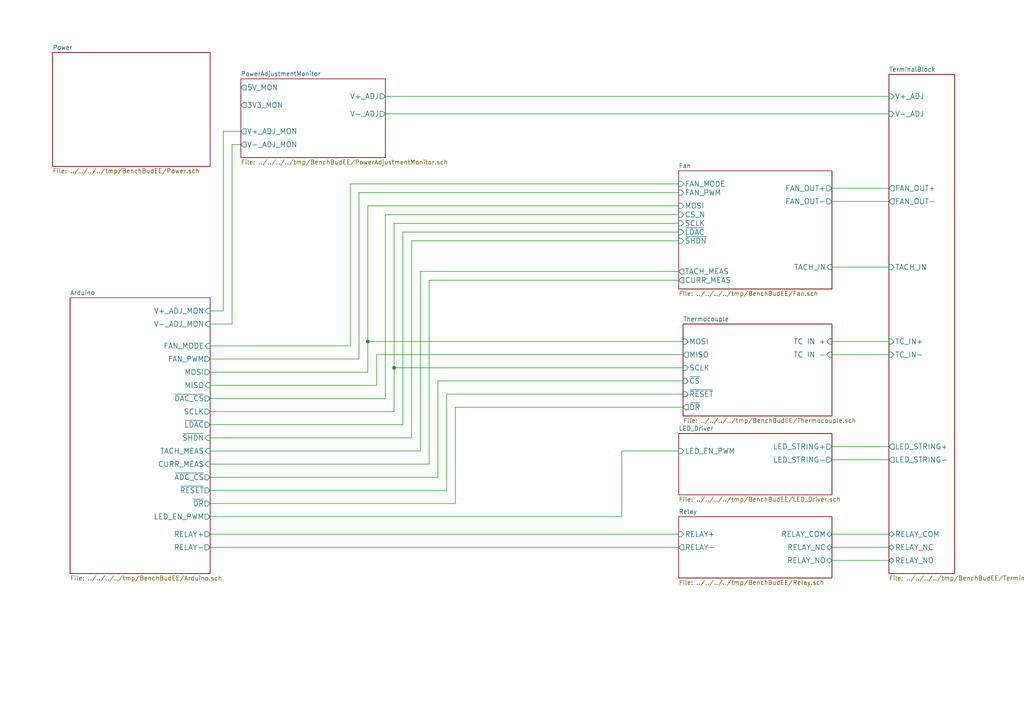
<source format=kicad_sch>
(kicad_sch (version 20230121) (generator eeschema)
  (paper "A4")
  (title_block (title "noname.sch") (date "19 apr 2014"))
  (lib_symbols)
  (junction (at 106.68 99.06))
  (junction (at 114.3 106.68))
  (wire (pts (xy 60.96 104.14) (xy 104.14 104.14)))
  (wire (pts (xy 241.3 129.54) (xy 257.81 129.54)))
  (wire (pts (xy 60.96 138.43) (xy 127 138.43)))
  (wire (pts (xy 114.3 64.77) (xy 196.85 64.77)))
  (wire (pts (xy 111.76 27.94) (xy 257.81 27.94)))
  (wire (pts (xy 116.84 67.31) (xy 196.85 67.31)))
  (wire (pts (xy 132.08 118.11) (xy 198.12 118.11)))
  (wire (pts (xy 127 110.49) (xy 198.12 110.49)))
  (wire (pts (xy 116.84 123.19) (xy 116.84 67.31)))
  (wire (pts (xy 101.6 53.34) (xy 101.6 100.33)))
  (wire (pts (xy 60.96 123.19) (xy 116.84 123.19)))
  (wire (pts (xy 111.76 62.23) (xy 196.85 62.23)))
  (wire (pts (xy 104.14 104.14) (xy 104.14 55.88)))
  (wire (pts (xy 180.34 130.81) (xy 196.85 130.81)))
  (wire (pts (xy 196.85 69.85) (xy 119.38 69.85)))
  (wire (pts (xy 257.81 162.56) (xy 241.3 162.56)))
  (wire (pts (xy 180.34 149.86) (xy 60.96 149.86)))
  (wire (pts (xy 196.85 154.94) (xy 60.96 154.94)))
  (wire (pts (xy 111.76 33.02) (xy 257.81 33.02)))
  (wire (pts (xy 132.08 146.05) (xy 132.08 118.11)))
  (wire (pts (xy 257.81 154.94) (xy 241.3 154.94)))
  (wire (pts (xy 241.3 158.75) (xy 257.81 158.75)))
  (wire (pts (xy 60.96 158.75) (xy 196.85 158.75)))
  (wire (pts (xy 106.68 59.69) (xy 106.68 99.06)))
  (wire (pts (xy 119.38 69.85) (xy 119.38 127)))
  (wire (pts (xy 67.31 93.98) (xy 67.31 41.91)))
  (wire (pts (xy 64.77 38.1) (xy 69.85 38.1)))
  (wire (pts (xy 109.22 111.76) (xy 60.96 111.76)))
  (wire (pts (xy 241.3 133.35) (xy 257.81 133.35)))
  (wire (pts (xy 101.6 100.33) (xy 60.96 100.33)))
  (wire (pts (xy 67.31 41.91) (xy 69.85 41.91)))
  (wire (pts (xy 180.34 130.81) (xy 180.34 149.86)))
  (wire (pts (xy 60.96 90.17) (xy 64.77 90.17)))
  (wire (pts (xy 129.54 142.24) (xy 60.96 142.24)))
  (wire (pts (xy 106.68 107.95) (xy 60.96 107.95)))
  (wire (pts (xy 124.46 81.28) (xy 124.46 134.62)))
  (wire (pts (xy 106.68 99.06) (xy 106.68 107.95)))
  (wire (pts (xy 111.76 62.23) (xy 111.76 115.57)))
  (wire (pts (xy 124.46 81.28) (xy 196.85 81.28)))
  (wire (pts (xy 198.12 102.87) (xy 109.22 102.87)))
  (wire (pts (xy 114.3 64.77) (xy 114.3 106.68)))
  (wire (pts (xy 257.81 58.42) (xy 241.3 58.42)))
  (wire (pts (xy 196.85 59.69) (xy 106.68 59.69)))
  (wire (pts (xy 121.92 130.81) (xy 121.92 78.74)))
  (wire (pts (xy 127 138.43) (xy 127 110.49)))
  (wire (pts (xy 129.54 114.3) (xy 129.54 142.24)))
  (wire (pts (xy 114.3 119.38) (xy 60.96 119.38)))
  (wire (pts (xy 64.77 90.17) (xy 64.77 38.1)))
  (wire (pts (xy 241.3 54.61) (xy 257.81 54.61)))
  (wire (pts (xy 106.68 99.06) (xy 198.12 99.06)))
  (wire (pts (xy 198.12 106.68) (xy 114.3 106.68)))
  (wire (pts (xy 257.81 99.06) (xy 241.3 99.06)))
  (wire (pts (xy 104.14 55.88) (xy 196.85 55.88)))
  (wire (pts (xy 196.85 53.34) (xy 101.6 53.34)))
  (wire (pts (xy 119.38 127) (xy 60.96 127)))
  (wire (pts (xy 114.3 106.68) (xy 114.3 119.38)))
  (wire (pts (xy 124.46 134.62) (xy 60.96 134.62)))
  (wire (pts (xy 60.96 146.05) (xy 132.08 146.05)))
  (wire (pts (xy 257.81 102.87) (xy 241.3 102.87)))
  (wire (pts (xy 129.54 114.3) (xy 198.12 114.3)))
  (wire (pts (xy 60.96 93.98) (xy 67.31 93.98)))
  (wire (pts (xy 109.22 102.87) (xy 109.22 111.76)))
  (wire (pts (xy 111.76 115.57) (xy 60.96 115.57)))
  (wire (pts (xy 60.96 130.81) (xy 121.92 130.81)))
  (wire (pts (xy 121.92 78.74) (xy 196.85 78.74)))
  (wire (pts (xy 241.3 77.47) (xy 257.81 77.47)))
  (sheet (at 20.32 86.36) (size 40.64 80.01)
    (property "Sheetname" "Arduino" (at 20.32 85.6484 0) (effects (justify left bottom)))
    (property "Sheetfile" "../../../../tmp/BenchBudEE/Arduino.sch" (at 20.32 166.9546 0) (effects (justify left top)))
    (pin "MOSI" output (at 60.96 107.95 0) (effects (font (size 1.524 1.524))))
    (pin "MISO" input (at 60.96 111.76 0) (effects (font (size 1.524 1.524))))
    (pin "SCLK" output (at 60.96 119.38 0) (effects (font (size 1.524 1.524))))
    (pin "TACH_MEAS" input (at 60.96 130.81 0) (effects (font (size 1.524 1.524))))
    (pin "RELAY+" output (at 60.96 154.94 0) (effects (font (size 1.524 1.524))))
    (pin "RELAY-" output (at 60.96 158.75 0) (effects (font (size 1.524 1.524))))
    (pin "CURR_MEAS" input (at 60.96 134.62 0) (effects (font (size 1.524 1.524))))
    (pin "V+_ADJ_MON" input (at 60.96 90.17 0) (effects (font (size 1.524 1.524))))
    (pin "V-_ADJ_MON" input (at 60.96 93.98 0) (effects (font (size 1.524 1.524))))
    (pin "LED_EN_PWM" output (at 60.96 149.86 0) (effects (font (size 1.524 1.524))))
    (pin "FAN_PWM" output (at 60.96 104.14 0) (effects (font (size 1.524 1.524))))
    (pin "FAN_MODE" input (at 60.96 100.33 0) (effects (font (size 1.524 1.524))))
    (pin "~{RESET}" output (at 60.96 142.24 0) (effects (font (size 1.524 1.524))))
    (pin "~{DR}" output (at 60.96 146.05 0) (effects (font (size 1.524 1.524))))
    (pin "~{LDAC}" output (at 60.96 123.19 0) (effects (font (size 1.524 1.524))))
    (pin "~{SHDN}" input (at 60.96 127 0) (effects (font (size 1.524 1.524))))
    (pin "~{DAC_CS}" output (at 60.96 115.57 0) (effects (font (size 1.524 1.524))))
    (pin "~{ADC_CS}" output (at 60.96 138.43 0) (effects (font (size 1.524 1.524))))
  )
  (sheet (at 198.12 93.98) (size 43.18 26.67)
    (property "Sheetname" "Thermocouple" (at 198.12 93.2684 0) (effects (justify left bottom)))
    (property "Sheetfile" "../../../../tmp/BenchBudEE/Thermocouple.sch" (at 198.12 121.2346 0) (effects (justify left top)))
    (pin "TC IN +" input (at 241.3 99.06 0) (effects (font (size 1.524 1.524))))
    (pin "TC IN -" input (at 241.3 102.87 0) (effects (font (size 1.524 1.524))))
    (pin "MOSI" input (at 198.12 99.06 180) (effects (font (size 1.524 1.524))))
    (pin "MISO" output (at 198.12 102.87 180) (effects (font (size 1.524 1.524))))
    (pin "SCLK" input (at 198.12 106.68 180) (effects (font (size 1.524 1.524))))
    (pin "~{CS}" input (at 198.12 110.49 180) (effects (font (size 1.524 1.524))))
    (pin "~{RESET}" input (at 198.12 114.3 180) (effects (font (size 1.524 1.524))))
    (pin "~{DR}" output (at 198.12 118.11 180) (effects (font (size 1.524 1.524))))
  )
  (sheet (at 196.85 149.86) (size 44.45 17.78)
    (property "Sheetname" "Relay" (at 196.85 149.1484 0) (effects (justify left bottom)))
    (property "Sheetfile" "../../../../tmp/BenchBudEE/Relay.sch" (at 196.85 168.2246 0) (effects (justify left top)))
    (pin "RELAY_NC" bidirectional (at 241.3 158.75 0) (effects (font (size 1.524 1.524))))
    (pin "RELAY_NO" bidirectional (at 241.3 162.56 0) (effects (font (size 1.524 1.524))))
    (pin "RELAY_COM" bidirectional (at 241.3 154.94 0) (effects (font (size 1.524 1.524))))
    (pin "RELAY+" input (at 196.85 154.94 180) (effects (font (size 1.524 1.524))))
    (pin "RELAY-" output (at 196.85 158.75 180) (effects (font (size 1.524 1.524))))
  )
  (sheet (at 15.24 15.24) (size 45.72 33.02)
    (property "Sheetname" "Power" (at 15.24 14.5284 0) (effects (justify left bottom)))
    (property "Sheetfile" "../../../../tmp/BenchBudEE/Power.sch" (at 15.24 48.8446 0) (effects (justify left top)))
  )
  (sheet (at 196.85 125.73) (size 44.45 17.78)
    (property "Sheetname" "LED_Driver" (at 196.85 125.0184 0) (effects (justify left bottom)))
    (property "Sheetfile" "../../../../tmp/BenchBudEE/LED_Driver.sch" (at 196.85 144.0946 0) (effects (justify left top)))
    (pin "LED_EN_PWM" input (at 196.85 130.81 180) (effects (font (size 1.524 1.524))))
    (pin "LED_STRING+" output (at 241.3 129.54 0) (effects (font (size 1.524 1.524))))
    (pin "LED_STRING-" output (at 241.3 133.35 0) (effects (font (size 1.524 1.524))))
  )
  (sheet (at 196.85 49.53) (size 44.45 34.29)
    (property "Sheetname" "Fan" (at 196.85 48.8184 0) (effects (justify left bottom)))
    (property "Sheetfile" "../../../../tmp/BenchBudEE/Fan.sch" (at 196.85 84.4046 0) (effects (justify left top)))
    (pin "MOSI" input (at 196.85 59.69 180) (effects (font (size 1.524 1.524))))
    (pin "CS_N" input (at 196.85 62.23 180) (effects (font (size 1.524 1.524))))
    (pin "SCLK" input (at 196.85 64.77 180) (effects (font (size 1.524 1.524))))
    (pin "FAN_OUT+" output (at 241.3 54.61 0) (effects (font (size 1.524 1.524))))
    (pin "TACH_IN" input (at 241.3 77.47 0) (effects (font (size 1.524 1.524))))
    (pin "TACH_MEAS" output (at 196.85 78.74 180) (effects (font (size 1.524 1.524))))
    (pin "CURR_MEAS" output (at 196.85 81.28 180) (effects (font (size 1.524 1.524))))
    (pin "FAN_OUT-" output (at 241.3 58.42 0) (effects (font (size 1.524 1.524))))
    (pin "FAN_PWM" input (at 196.85 55.88 180) (effects (font (size 1.524 1.524))))
    (pin "FAN_MODE" input (at 196.85 53.34 180) (effects (font (size 1.524 1.524))))
    (pin "~{LDAC}" input (at 196.85 67.31 180) (effects (font (size 1.524 1.524))))
    (pin "~{SHDN}" input (at 196.85 69.85 180) (effects (font (size 1.524 1.524))))
  )
  (sheet (at 257.81 21.59) (size 19.05 144.78)
    (property "Sheetname" "TerminalBlock" (at 257.81 20.8784 0) (effects (justify left bottom)))
    (property "Sheetfile" "../../../../tmp/BenchBudEE/TerminalBlock.sch" (at 257.81 166.9546 0) (effects (justify left top)))
    (pin "V+_ADJ" input (at 257.81 27.94 180) (effects (font (size 1.524 1.524))))
    (pin "V-_ADJ" input (at 257.81 33.02 180) (effects (font (size 1.524 1.524))))
    (pin "FAN_OUT+" output (at 257.81 54.61 180) (effects (font (size 1.524 1.524))))
    (pin "FAN_OUT-" output (at 257.81 58.42 180) (effects (font (size 1.524 1.524))))
    (pin "TACH_IN" input (at 257.81 77.47 180) (effects (font (size 1.524 1.524))))
    (pin "LED_STRING+" output (at 257.81 129.54 180) (effects (font (size 1.524 1.524))))
    (pin "LED_STRING-" output (at 257.81 133.35 180) (effects (font (size 1.524 1.524))))
    (pin "TC_IN+" input (at 257.81 99.06 180) (effects (font (size 1.524 1.524))))
    (pin "TC_IN-" input (at 257.81 102.87 180) (effects (font (size 1.524 1.524))))
    (pin "RELAY_COM" bidirectional (at 257.81 154.94 180) (effects (font (size 1.524 1.524))))
    (pin "RELAY_NO" bidirectional (at 257.81 162.56 180) (effects (font (size 1.524 1.524))))
    (pin "RELAY_NC" bidirectional (at 257.81 158.75 180) (effects (font (size 1.524 1.524))))
  )
  (sheet (at 69.85 22.86) (size 41.91 22.86)
    (property "Sheetname" "PowerAdjustmentMonitor" (at 69.85 22.1484 0) (effects (justify left bottom)))
    (property "Sheetfile" "../../../../tmp/BenchBudEE/PowerAdjustmentMonitor.sch" (at 69.85 46.3046 0) (effects (justify left top)))
    (pin "V+_ADJ" output (at 111.76 27.94 0) (effects (font (size 1.524 1.524))))
    (pin "V-_ADJ" output (at 111.76 33.02 0) (effects (font (size 1.524 1.524))))
    (pin "3V3_MON" output (at 69.85 30.48 180) (effects (font (size 1.524 1.524))))
    (pin "5V_MON" output (at 69.85 25.4 180) (effects (font (size 1.524 1.524))))
    (pin "V+_ADJ_MON" output (at 69.85 38.1 180) (effects (font (size 1.524 1.524))))
    (pin "V-_ADJ_MON" output (at 69.85 41.91 180) (effects (font (size 1.524 1.524))))
  )
)
</source>
